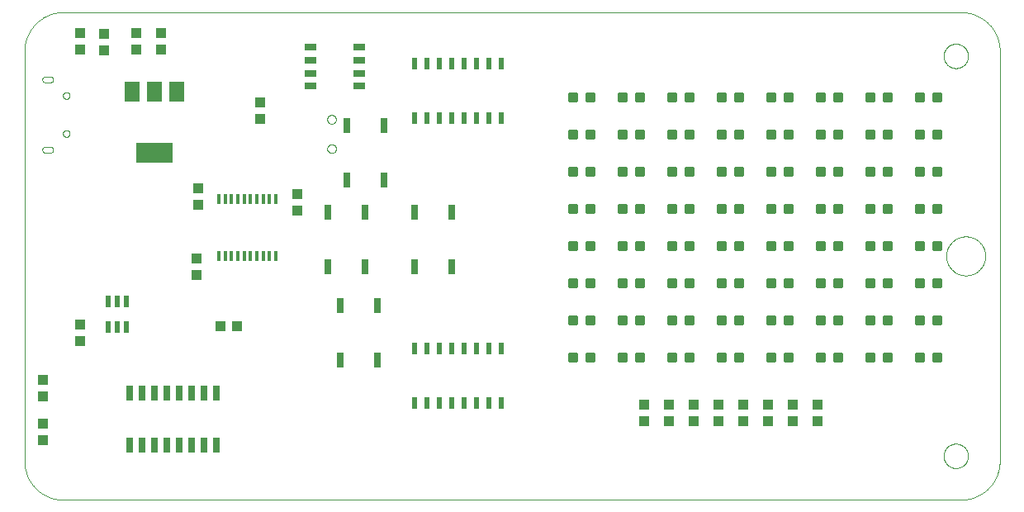
<source format=gtp>
G75*
%MOIN*%
%OFA0B0*%
%FSLAX25Y25*%
%IPPOS*%
%LPD*%
%AMOC8*
5,1,8,0,0,1.08239X$1,22.5*
%
%ADD10C,0.00000*%
%ADD11C,0.01181*%
%ADD12R,0.03937X0.04331*%
%ADD13R,0.02500X0.06000*%
%ADD14R,0.05900X0.07900*%
%ADD15R,0.15000X0.07900*%
%ADD16R,0.01200X0.03900*%
%ADD17R,0.02362X0.04724*%
%ADD18R,0.03000X0.06000*%
%ADD19R,0.02165X0.04724*%
%ADD20R,0.04331X0.03937*%
%ADD21R,0.05000X0.02500*%
D10*
X0020048Y0004300D02*
X0382253Y0004300D01*
X0382634Y0004305D01*
X0383014Y0004318D01*
X0383394Y0004341D01*
X0383773Y0004374D01*
X0384151Y0004415D01*
X0384528Y0004465D01*
X0384904Y0004525D01*
X0385279Y0004593D01*
X0385651Y0004671D01*
X0386022Y0004758D01*
X0386390Y0004853D01*
X0386756Y0004958D01*
X0387119Y0005071D01*
X0387480Y0005193D01*
X0387837Y0005323D01*
X0388191Y0005463D01*
X0388542Y0005610D01*
X0388889Y0005767D01*
X0389232Y0005931D01*
X0389571Y0006104D01*
X0389906Y0006285D01*
X0390237Y0006474D01*
X0390562Y0006671D01*
X0390883Y0006875D01*
X0391199Y0007088D01*
X0391509Y0007308D01*
X0391815Y0007535D01*
X0392114Y0007770D01*
X0392408Y0008012D01*
X0392696Y0008260D01*
X0392978Y0008516D01*
X0393253Y0008779D01*
X0393522Y0009048D01*
X0393785Y0009323D01*
X0394041Y0009605D01*
X0394289Y0009893D01*
X0394531Y0010187D01*
X0394766Y0010486D01*
X0394993Y0010792D01*
X0395213Y0011102D01*
X0395426Y0011418D01*
X0395630Y0011739D01*
X0395827Y0012064D01*
X0396016Y0012395D01*
X0396197Y0012730D01*
X0396370Y0013069D01*
X0396534Y0013412D01*
X0396691Y0013759D01*
X0396838Y0014110D01*
X0396978Y0014464D01*
X0397108Y0014821D01*
X0397230Y0015182D01*
X0397343Y0015545D01*
X0397448Y0015911D01*
X0397543Y0016279D01*
X0397630Y0016650D01*
X0397708Y0017022D01*
X0397776Y0017397D01*
X0397836Y0017773D01*
X0397886Y0018150D01*
X0397927Y0018528D01*
X0397960Y0018907D01*
X0397983Y0019287D01*
X0397996Y0019667D01*
X0398001Y0020048D01*
X0398001Y0185402D01*
X0397996Y0185783D01*
X0397983Y0186163D01*
X0397960Y0186543D01*
X0397927Y0186922D01*
X0397886Y0187300D01*
X0397836Y0187677D01*
X0397776Y0188053D01*
X0397708Y0188428D01*
X0397630Y0188800D01*
X0397543Y0189171D01*
X0397448Y0189539D01*
X0397343Y0189905D01*
X0397230Y0190268D01*
X0397108Y0190629D01*
X0396978Y0190986D01*
X0396838Y0191340D01*
X0396691Y0191691D01*
X0396534Y0192038D01*
X0396370Y0192381D01*
X0396197Y0192720D01*
X0396016Y0193055D01*
X0395827Y0193386D01*
X0395630Y0193711D01*
X0395426Y0194032D01*
X0395213Y0194348D01*
X0394993Y0194658D01*
X0394766Y0194964D01*
X0394531Y0195263D01*
X0394289Y0195557D01*
X0394041Y0195845D01*
X0393785Y0196127D01*
X0393522Y0196402D01*
X0393253Y0196671D01*
X0392978Y0196934D01*
X0392696Y0197190D01*
X0392408Y0197438D01*
X0392114Y0197680D01*
X0391815Y0197915D01*
X0391509Y0198142D01*
X0391199Y0198362D01*
X0390883Y0198575D01*
X0390562Y0198779D01*
X0390237Y0198976D01*
X0389906Y0199165D01*
X0389571Y0199346D01*
X0389232Y0199519D01*
X0388889Y0199683D01*
X0388542Y0199840D01*
X0388191Y0199987D01*
X0387837Y0200127D01*
X0387480Y0200257D01*
X0387119Y0200379D01*
X0386756Y0200492D01*
X0386390Y0200597D01*
X0386022Y0200692D01*
X0385651Y0200779D01*
X0385279Y0200857D01*
X0384904Y0200925D01*
X0384528Y0200985D01*
X0384151Y0201035D01*
X0383773Y0201076D01*
X0383394Y0201109D01*
X0383014Y0201132D01*
X0382634Y0201145D01*
X0382253Y0201150D01*
X0020048Y0201150D01*
X0019662Y0201145D01*
X0019275Y0201131D01*
X0018890Y0201107D01*
X0018504Y0201074D01*
X0018120Y0201032D01*
X0017737Y0200980D01*
X0017356Y0200918D01*
X0016976Y0200847D01*
X0016598Y0200767D01*
X0016222Y0200678D01*
X0015848Y0200580D01*
X0015477Y0200472D01*
X0015108Y0200355D01*
X0014743Y0200229D01*
X0014380Y0200095D01*
X0014022Y0199951D01*
X0013666Y0199799D01*
X0013315Y0199638D01*
X0012968Y0199468D01*
X0012624Y0199290D01*
X0012286Y0199104D01*
X0011952Y0198910D01*
X0011623Y0198707D01*
X0011299Y0198496D01*
X0010980Y0198277D01*
X0010667Y0198051D01*
X0010359Y0197817D01*
X0010058Y0197575D01*
X0009762Y0197327D01*
X0009472Y0197070D01*
X0009189Y0196807D01*
X0008912Y0196538D01*
X0008643Y0196261D01*
X0008380Y0195978D01*
X0008123Y0195688D01*
X0007875Y0195392D01*
X0007633Y0195091D01*
X0007399Y0194783D01*
X0007173Y0194470D01*
X0006954Y0194151D01*
X0006743Y0193827D01*
X0006540Y0193498D01*
X0006346Y0193164D01*
X0006160Y0192826D01*
X0005982Y0192482D01*
X0005812Y0192135D01*
X0005651Y0191784D01*
X0005499Y0191428D01*
X0005355Y0191070D01*
X0005221Y0190707D01*
X0005095Y0190342D01*
X0004978Y0189973D01*
X0004870Y0189602D01*
X0004772Y0189228D01*
X0004683Y0188852D01*
X0004603Y0188474D01*
X0004532Y0188094D01*
X0004470Y0187713D01*
X0004418Y0187330D01*
X0004376Y0186946D01*
X0004343Y0186560D01*
X0004319Y0186175D01*
X0004305Y0185788D01*
X0004300Y0185402D01*
X0004300Y0020048D01*
X0004305Y0019667D01*
X0004318Y0019287D01*
X0004341Y0018907D01*
X0004374Y0018528D01*
X0004415Y0018150D01*
X0004465Y0017773D01*
X0004525Y0017397D01*
X0004593Y0017022D01*
X0004671Y0016650D01*
X0004758Y0016279D01*
X0004853Y0015911D01*
X0004958Y0015545D01*
X0005071Y0015182D01*
X0005193Y0014821D01*
X0005323Y0014464D01*
X0005463Y0014110D01*
X0005610Y0013759D01*
X0005767Y0013412D01*
X0005931Y0013069D01*
X0006104Y0012730D01*
X0006285Y0012395D01*
X0006474Y0012064D01*
X0006671Y0011739D01*
X0006875Y0011418D01*
X0007088Y0011102D01*
X0007308Y0010792D01*
X0007535Y0010486D01*
X0007770Y0010187D01*
X0008012Y0009893D01*
X0008260Y0009605D01*
X0008516Y0009323D01*
X0008779Y0009048D01*
X0009048Y0008779D01*
X0009323Y0008516D01*
X0009605Y0008260D01*
X0009893Y0008012D01*
X0010187Y0007770D01*
X0010486Y0007535D01*
X0010792Y0007308D01*
X0011102Y0007088D01*
X0011418Y0006875D01*
X0011739Y0006671D01*
X0012064Y0006474D01*
X0012395Y0006285D01*
X0012730Y0006104D01*
X0013069Y0005931D01*
X0013412Y0005767D01*
X0013759Y0005610D01*
X0014110Y0005463D01*
X0014464Y0005323D01*
X0014821Y0005193D01*
X0015182Y0005071D01*
X0015545Y0004958D01*
X0015911Y0004853D01*
X0016279Y0004758D01*
X0016650Y0004671D01*
X0017022Y0004593D01*
X0017397Y0004525D01*
X0017773Y0004465D01*
X0018150Y0004415D01*
X0018528Y0004374D01*
X0018907Y0004341D01*
X0019287Y0004318D01*
X0019667Y0004305D01*
X0020048Y0004300D01*
X0014930Y0144457D02*
X0012568Y0144457D01*
X0012502Y0144465D01*
X0012438Y0144477D01*
X0012374Y0144493D01*
X0012311Y0144512D01*
X0012250Y0144536D01*
X0012190Y0144563D01*
X0012132Y0144593D01*
X0012076Y0144627D01*
X0012022Y0144664D01*
X0011970Y0144705D01*
X0011921Y0144749D01*
X0011874Y0144795D01*
X0011831Y0144844D01*
X0011790Y0144896D01*
X0011753Y0144950D01*
X0011719Y0145006D01*
X0011689Y0145064D01*
X0011662Y0145124D01*
X0011638Y0145185D01*
X0011619Y0145248D01*
X0011603Y0145312D01*
X0011591Y0145376D01*
X0011583Y0145442D01*
X0011579Y0145507D01*
X0011579Y0145573D01*
X0011583Y0145638D01*
X0011583Y0145639D02*
X0011579Y0145704D01*
X0011579Y0145770D01*
X0011583Y0145835D01*
X0011591Y0145901D01*
X0011603Y0145965D01*
X0011619Y0146029D01*
X0011638Y0146092D01*
X0011662Y0146153D01*
X0011689Y0146213D01*
X0011719Y0146271D01*
X0011753Y0146327D01*
X0011790Y0146381D01*
X0011831Y0146433D01*
X0011874Y0146482D01*
X0011921Y0146528D01*
X0011970Y0146572D01*
X0012022Y0146613D01*
X0012076Y0146650D01*
X0012132Y0146684D01*
X0012190Y0146714D01*
X0012250Y0146741D01*
X0012311Y0146765D01*
X0012374Y0146784D01*
X0012438Y0146800D01*
X0012502Y0146812D01*
X0012568Y0146820D01*
X0014930Y0146820D01*
X0014929Y0146820D02*
X0014992Y0146812D01*
X0015054Y0146801D01*
X0015116Y0146786D01*
X0015176Y0146768D01*
X0015236Y0146746D01*
X0015294Y0146721D01*
X0015350Y0146692D01*
X0015405Y0146660D01*
X0015457Y0146625D01*
X0015508Y0146587D01*
X0015556Y0146547D01*
X0015602Y0146503D01*
X0015645Y0146457D01*
X0015686Y0146408D01*
X0015724Y0146357D01*
X0015758Y0146305D01*
X0015790Y0146250D01*
X0015818Y0146193D01*
X0015843Y0146135D01*
X0015864Y0146075D01*
X0015882Y0146015D01*
X0015896Y0145953D01*
X0015907Y0145891D01*
X0015914Y0145828D01*
X0015918Y0145765D01*
X0015917Y0145702D01*
X0015914Y0145639D01*
X0015914Y0145638D02*
X0015917Y0145575D01*
X0015918Y0145512D01*
X0015914Y0145449D01*
X0015907Y0145386D01*
X0015896Y0145324D01*
X0015882Y0145262D01*
X0015864Y0145202D01*
X0015843Y0145142D01*
X0015818Y0145084D01*
X0015790Y0145027D01*
X0015758Y0144972D01*
X0015724Y0144920D01*
X0015686Y0144869D01*
X0015645Y0144820D01*
X0015602Y0144774D01*
X0015556Y0144730D01*
X0015508Y0144690D01*
X0015457Y0144652D01*
X0015405Y0144617D01*
X0015350Y0144585D01*
X0015294Y0144556D01*
X0015236Y0144531D01*
X0015176Y0144509D01*
X0015116Y0144491D01*
X0015054Y0144476D01*
X0014992Y0144465D01*
X0014929Y0144457D01*
X0019851Y0152135D02*
X0019853Y0152209D01*
X0019859Y0152283D01*
X0019869Y0152356D01*
X0019883Y0152429D01*
X0019900Y0152501D01*
X0019922Y0152571D01*
X0019947Y0152641D01*
X0019976Y0152709D01*
X0020009Y0152775D01*
X0020045Y0152840D01*
X0020085Y0152902D01*
X0020127Y0152963D01*
X0020173Y0153021D01*
X0020222Y0153076D01*
X0020274Y0153129D01*
X0020329Y0153179D01*
X0020386Y0153225D01*
X0020446Y0153269D01*
X0020508Y0153309D01*
X0020572Y0153346D01*
X0020638Y0153380D01*
X0020706Y0153410D01*
X0020775Y0153436D01*
X0020846Y0153459D01*
X0020917Y0153477D01*
X0020990Y0153492D01*
X0021063Y0153503D01*
X0021137Y0153510D01*
X0021211Y0153513D01*
X0021284Y0153512D01*
X0021358Y0153507D01*
X0021432Y0153498D01*
X0021505Y0153485D01*
X0021577Y0153468D01*
X0021648Y0153448D01*
X0021718Y0153423D01*
X0021786Y0153395D01*
X0021853Y0153364D01*
X0021918Y0153328D01*
X0021981Y0153290D01*
X0022042Y0153248D01*
X0022101Y0153202D01*
X0022157Y0153154D01*
X0022210Y0153103D01*
X0022260Y0153049D01*
X0022308Y0152992D01*
X0022352Y0152933D01*
X0022394Y0152871D01*
X0022432Y0152808D01*
X0022466Y0152742D01*
X0022497Y0152675D01*
X0022524Y0152606D01*
X0022547Y0152536D01*
X0022567Y0152465D01*
X0022583Y0152392D01*
X0022595Y0152319D01*
X0022603Y0152246D01*
X0022607Y0152172D01*
X0022607Y0152098D01*
X0022603Y0152024D01*
X0022595Y0151951D01*
X0022583Y0151878D01*
X0022567Y0151805D01*
X0022547Y0151734D01*
X0022524Y0151664D01*
X0022497Y0151595D01*
X0022466Y0151528D01*
X0022432Y0151462D01*
X0022394Y0151399D01*
X0022352Y0151337D01*
X0022308Y0151278D01*
X0022260Y0151221D01*
X0022210Y0151167D01*
X0022157Y0151116D01*
X0022101Y0151068D01*
X0022042Y0151022D01*
X0021981Y0150980D01*
X0021918Y0150942D01*
X0021853Y0150906D01*
X0021786Y0150875D01*
X0021718Y0150847D01*
X0021648Y0150822D01*
X0021577Y0150802D01*
X0021505Y0150785D01*
X0021432Y0150772D01*
X0021358Y0150763D01*
X0021284Y0150758D01*
X0021211Y0150757D01*
X0021137Y0150760D01*
X0021063Y0150767D01*
X0020990Y0150778D01*
X0020917Y0150793D01*
X0020846Y0150811D01*
X0020775Y0150834D01*
X0020706Y0150860D01*
X0020638Y0150890D01*
X0020572Y0150924D01*
X0020508Y0150961D01*
X0020446Y0151001D01*
X0020386Y0151045D01*
X0020329Y0151091D01*
X0020274Y0151141D01*
X0020222Y0151194D01*
X0020173Y0151249D01*
X0020127Y0151307D01*
X0020085Y0151368D01*
X0020045Y0151430D01*
X0020009Y0151495D01*
X0019976Y0151561D01*
X0019947Y0151629D01*
X0019922Y0151699D01*
X0019900Y0151769D01*
X0019883Y0151841D01*
X0019869Y0151914D01*
X0019859Y0151987D01*
X0019853Y0152061D01*
X0019851Y0152135D01*
X0019851Y0167489D02*
X0019853Y0167563D01*
X0019859Y0167637D01*
X0019869Y0167710D01*
X0019883Y0167783D01*
X0019900Y0167855D01*
X0019922Y0167925D01*
X0019947Y0167995D01*
X0019976Y0168063D01*
X0020009Y0168129D01*
X0020045Y0168194D01*
X0020085Y0168256D01*
X0020127Y0168317D01*
X0020173Y0168375D01*
X0020222Y0168430D01*
X0020274Y0168483D01*
X0020329Y0168533D01*
X0020386Y0168579D01*
X0020446Y0168623D01*
X0020508Y0168663D01*
X0020572Y0168700D01*
X0020638Y0168734D01*
X0020706Y0168764D01*
X0020775Y0168790D01*
X0020846Y0168813D01*
X0020917Y0168831D01*
X0020990Y0168846D01*
X0021063Y0168857D01*
X0021137Y0168864D01*
X0021211Y0168867D01*
X0021284Y0168866D01*
X0021358Y0168861D01*
X0021432Y0168852D01*
X0021505Y0168839D01*
X0021577Y0168822D01*
X0021648Y0168802D01*
X0021718Y0168777D01*
X0021786Y0168749D01*
X0021853Y0168718D01*
X0021918Y0168682D01*
X0021981Y0168644D01*
X0022042Y0168602D01*
X0022101Y0168556D01*
X0022157Y0168508D01*
X0022210Y0168457D01*
X0022260Y0168403D01*
X0022308Y0168346D01*
X0022352Y0168287D01*
X0022394Y0168225D01*
X0022432Y0168162D01*
X0022466Y0168096D01*
X0022497Y0168029D01*
X0022524Y0167960D01*
X0022547Y0167890D01*
X0022567Y0167819D01*
X0022583Y0167746D01*
X0022595Y0167673D01*
X0022603Y0167600D01*
X0022607Y0167526D01*
X0022607Y0167452D01*
X0022603Y0167378D01*
X0022595Y0167305D01*
X0022583Y0167232D01*
X0022567Y0167159D01*
X0022547Y0167088D01*
X0022524Y0167018D01*
X0022497Y0166949D01*
X0022466Y0166882D01*
X0022432Y0166816D01*
X0022394Y0166753D01*
X0022352Y0166691D01*
X0022308Y0166632D01*
X0022260Y0166575D01*
X0022210Y0166521D01*
X0022157Y0166470D01*
X0022101Y0166422D01*
X0022042Y0166376D01*
X0021981Y0166334D01*
X0021918Y0166296D01*
X0021853Y0166260D01*
X0021786Y0166229D01*
X0021718Y0166201D01*
X0021648Y0166176D01*
X0021577Y0166156D01*
X0021505Y0166139D01*
X0021432Y0166126D01*
X0021358Y0166117D01*
X0021284Y0166112D01*
X0021211Y0166111D01*
X0021137Y0166114D01*
X0021063Y0166121D01*
X0020990Y0166132D01*
X0020917Y0166147D01*
X0020846Y0166165D01*
X0020775Y0166188D01*
X0020706Y0166214D01*
X0020638Y0166244D01*
X0020572Y0166278D01*
X0020508Y0166315D01*
X0020446Y0166355D01*
X0020386Y0166399D01*
X0020329Y0166445D01*
X0020274Y0166495D01*
X0020222Y0166548D01*
X0020173Y0166603D01*
X0020127Y0166661D01*
X0020085Y0166722D01*
X0020045Y0166784D01*
X0020009Y0166849D01*
X0019976Y0166915D01*
X0019947Y0166983D01*
X0019922Y0167053D01*
X0019900Y0167123D01*
X0019883Y0167195D01*
X0019869Y0167268D01*
X0019859Y0167341D01*
X0019853Y0167415D01*
X0019851Y0167489D01*
X0014930Y0172804D02*
X0012568Y0172804D01*
X0012502Y0172812D01*
X0012438Y0172824D01*
X0012374Y0172840D01*
X0012311Y0172859D01*
X0012250Y0172883D01*
X0012190Y0172910D01*
X0012132Y0172940D01*
X0012076Y0172974D01*
X0012022Y0173011D01*
X0011970Y0173052D01*
X0011921Y0173096D01*
X0011874Y0173142D01*
X0011831Y0173191D01*
X0011790Y0173243D01*
X0011753Y0173297D01*
X0011719Y0173353D01*
X0011689Y0173411D01*
X0011662Y0173471D01*
X0011638Y0173532D01*
X0011619Y0173595D01*
X0011603Y0173659D01*
X0011591Y0173723D01*
X0011583Y0173789D01*
X0011579Y0173854D01*
X0011579Y0173920D01*
X0011583Y0173985D01*
X0011579Y0174050D01*
X0011579Y0174116D01*
X0011583Y0174181D01*
X0011591Y0174247D01*
X0011603Y0174311D01*
X0011619Y0174375D01*
X0011638Y0174438D01*
X0011662Y0174499D01*
X0011689Y0174559D01*
X0011719Y0174617D01*
X0011753Y0174673D01*
X0011790Y0174727D01*
X0011831Y0174779D01*
X0011874Y0174828D01*
X0011921Y0174874D01*
X0011970Y0174918D01*
X0012022Y0174959D01*
X0012076Y0174996D01*
X0012132Y0175030D01*
X0012190Y0175060D01*
X0012250Y0175087D01*
X0012311Y0175111D01*
X0012374Y0175130D01*
X0012438Y0175146D01*
X0012502Y0175158D01*
X0012568Y0175166D01*
X0014930Y0175166D01*
X0014929Y0175166D02*
X0014992Y0175158D01*
X0015054Y0175147D01*
X0015116Y0175132D01*
X0015176Y0175114D01*
X0015236Y0175092D01*
X0015294Y0175067D01*
X0015350Y0175038D01*
X0015405Y0175006D01*
X0015457Y0174971D01*
X0015508Y0174933D01*
X0015556Y0174893D01*
X0015602Y0174849D01*
X0015645Y0174803D01*
X0015686Y0174754D01*
X0015724Y0174703D01*
X0015758Y0174651D01*
X0015790Y0174596D01*
X0015818Y0174539D01*
X0015843Y0174481D01*
X0015864Y0174421D01*
X0015882Y0174361D01*
X0015896Y0174299D01*
X0015907Y0174237D01*
X0015914Y0174174D01*
X0015918Y0174111D01*
X0015917Y0174048D01*
X0015914Y0173985D01*
X0015917Y0173922D01*
X0015918Y0173859D01*
X0015914Y0173796D01*
X0015907Y0173733D01*
X0015896Y0173671D01*
X0015882Y0173609D01*
X0015864Y0173549D01*
X0015843Y0173489D01*
X0015818Y0173431D01*
X0015790Y0173374D01*
X0015758Y0173319D01*
X0015724Y0173267D01*
X0015686Y0173216D01*
X0015645Y0173167D01*
X0015602Y0173121D01*
X0015556Y0173077D01*
X0015508Y0173037D01*
X0015457Y0172999D01*
X0015405Y0172964D01*
X0015350Y0172932D01*
X0015294Y0172903D01*
X0015236Y0172878D01*
X0015176Y0172856D01*
X0015116Y0172838D01*
X0015054Y0172823D01*
X0014992Y0172812D01*
X0014929Y0172804D01*
X0126544Y0157843D02*
X0126546Y0157927D01*
X0126552Y0158010D01*
X0126562Y0158093D01*
X0126576Y0158176D01*
X0126593Y0158258D01*
X0126615Y0158339D01*
X0126640Y0158418D01*
X0126669Y0158497D01*
X0126702Y0158574D01*
X0126738Y0158649D01*
X0126778Y0158723D01*
X0126821Y0158795D01*
X0126868Y0158864D01*
X0126918Y0158931D01*
X0126971Y0158996D01*
X0127027Y0159058D01*
X0127085Y0159118D01*
X0127147Y0159175D01*
X0127211Y0159228D01*
X0127278Y0159279D01*
X0127347Y0159326D01*
X0127418Y0159371D01*
X0127491Y0159411D01*
X0127566Y0159448D01*
X0127643Y0159482D01*
X0127721Y0159512D01*
X0127800Y0159538D01*
X0127881Y0159561D01*
X0127963Y0159579D01*
X0128045Y0159594D01*
X0128128Y0159605D01*
X0128211Y0159612D01*
X0128295Y0159615D01*
X0128379Y0159614D01*
X0128462Y0159609D01*
X0128546Y0159600D01*
X0128628Y0159587D01*
X0128710Y0159571D01*
X0128791Y0159550D01*
X0128872Y0159526D01*
X0128950Y0159498D01*
X0129028Y0159466D01*
X0129104Y0159430D01*
X0129178Y0159391D01*
X0129250Y0159349D01*
X0129320Y0159303D01*
X0129388Y0159254D01*
X0129453Y0159202D01*
X0129516Y0159147D01*
X0129576Y0159089D01*
X0129634Y0159028D01*
X0129688Y0158964D01*
X0129740Y0158898D01*
X0129788Y0158830D01*
X0129833Y0158759D01*
X0129874Y0158686D01*
X0129913Y0158612D01*
X0129947Y0158536D01*
X0129978Y0158458D01*
X0130005Y0158379D01*
X0130029Y0158298D01*
X0130048Y0158217D01*
X0130064Y0158135D01*
X0130076Y0158052D01*
X0130084Y0157968D01*
X0130088Y0157885D01*
X0130088Y0157801D01*
X0130084Y0157718D01*
X0130076Y0157634D01*
X0130064Y0157551D01*
X0130048Y0157469D01*
X0130029Y0157388D01*
X0130005Y0157307D01*
X0129978Y0157228D01*
X0129947Y0157150D01*
X0129913Y0157074D01*
X0129874Y0157000D01*
X0129833Y0156927D01*
X0129788Y0156856D01*
X0129740Y0156788D01*
X0129688Y0156722D01*
X0129634Y0156658D01*
X0129576Y0156597D01*
X0129516Y0156539D01*
X0129453Y0156484D01*
X0129388Y0156432D01*
X0129320Y0156383D01*
X0129250Y0156337D01*
X0129178Y0156295D01*
X0129104Y0156256D01*
X0129028Y0156220D01*
X0128950Y0156188D01*
X0128872Y0156160D01*
X0128791Y0156136D01*
X0128710Y0156115D01*
X0128628Y0156099D01*
X0128546Y0156086D01*
X0128462Y0156077D01*
X0128379Y0156072D01*
X0128295Y0156071D01*
X0128211Y0156074D01*
X0128128Y0156081D01*
X0128045Y0156092D01*
X0127963Y0156107D01*
X0127881Y0156125D01*
X0127800Y0156148D01*
X0127721Y0156174D01*
X0127643Y0156204D01*
X0127566Y0156238D01*
X0127491Y0156275D01*
X0127418Y0156315D01*
X0127347Y0156360D01*
X0127278Y0156407D01*
X0127211Y0156458D01*
X0127147Y0156511D01*
X0127085Y0156568D01*
X0127027Y0156628D01*
X0126971Y0156690D01*
X0126918Y0156755D01*
X0126868Y0156822D01*
X0126821Y0156891D01*
X0126778Y0156963D01*
X0126738Y0157037D01*
X0126702Y0157112D01*
X0126669Y0157189D01*
X0126640Y0157268D01*
X0126615Y0157347D01*
X0126593Y0157428D01*
X0126576Y0157510D01*
X0126562Y0157593D01*
X0126552Y0157676D01*
X0126546Y0157759D01*
X0126544Y0157843D01*
X0126544Y0146032D02*
X0126546Y0146116D01*
X0126552Y0146199D01*
X0126562Y0146282D01*
X0126576Y0146365D01*
X0126593Y0146447D01*
X0126615Y0146528D01*
X0126640Y0146607D01*
X0126669Y0146686D01*
X0126702Y0146763D01*
X0126738Y0146838D01*
X0126778Y0146912D01*
X0126821Y0146984D01*
X0126868Y0147053D01*
X0126918Y0147120D01*
X0126971Y0147185D01*
X0127027Y0147247D01*
X0127085Y0147307D01*
X0127147Y0147364D01*
X0127211Y0147417D01*
X0127278Y0147468D01*
X0127347Y0147515D01*
X0127418Y0147560D01*
X0127491Y0147600D01*
X0127566Y0147637D01*
X0127643Y0147671D01*
X0127721Y0147701D01*
X0127800Y0147727D01*
X0127881Y0147750D01*
X0127963Y0147768D01*
X0128045Y0147783D01*
X0128128Y0147794D01*
X0128211Y0147801D01*
X0128295Y0147804D01*
X0128379Y0147803D01*
X0128462Y0147798D01*
X0128546Y0147789D01*
X0128628Y0147776D01*
X0128710Y0147760D01*
X0128791Y0147739D01*
X0128872Y0147715D01*
X0128950Y0147687D01*
X0129028Y0147655D01*
X0129104Y0147619D01*
X0129178Y0147580D01*
X0129250Y0147538D01*
X0129320Y0147492D01*
X0129388Y0147443D01*
X0129453Y0147391D01*
X0129516Y0147336D01*
X0129576Y0147278D01*
X0129634Y0147217D01*
X0129688Y0147153D01*
X0129740Y0147087D01*
X0129788Y0147019D01*
X0129833Y0146948D01*
X0129874Y0146875D01*
X0129913Y0146801D01*
X0129947Y0146725D01*
X0129978Y0146647D01*
X0130005Y0146568D01*
X0130029Y0146487D01*
X0130048Y0146406D01*
X0130064Y0146324D01*
X0130076Y0146241D01*
X0130084Y0146157D01*
X0130088Y0146074D01*
X0130088Y0145990D01*
X0130084Y0145907D01*
X0130076Y0145823D01*
X0130064Y0145740D01*
X0130048Y0145658D01*
X0130029Y0145577D01*
X0130005Y0145496D01*
X0129978Y0145417D01*
X0129947Y0145339D01*
X0129913Y0145263D01*
X0129874Y0145189D01*
X0129833Y0145116D01*
X0129788Y0145045D01*
X0129740Y0144977D01*
X0129688Y0144911D01*
X0129634Y0144847D01*
X0129576Y0144786D01*
X0129516Y0144728D01*
X0129453Y0144673D01*
X0129388Y0144621D01*
X0129320Y0144572D01*
X0129250Y0144526D01*
X0129178Y0144484D01*
X0129104Y0144445D01*
X0129028Y0144409D01*
X0128950Y0144377D01*
X0128872Y0144349D01*
X0128791Y0144325D01*
X0128710Y0144304D01*
X0128628Y0144288D01*
X0128546Y0144275D01*
X0128462Y0144266D01*
X0128379Y0144261D01*
X0128295Y0144260D01*
X0128211Y0144263D01*
X0128128Y0144270D01*
X0128045Y0144281D01*
X0127963Y0144296D01*
X0127881Y0144314D01*
X0127800Y0144337D01*
X0127721Y0144363D01*
X0127643Y0144393D01*
X0127566Y0144427D01*
X0127491Y0144464D01*
X0127418Y0144504D01*
X0127347Y0144549D01*
X0127278Y0144596D01*
X0127211Y0144647D01*
X0127147Y0144700D01*
X0127085Y0144757D01*
X0127027Y0144817D01*
X0126971Y0144879D01*
X0126918Y0144944D01*
X0126868Y0145011D01*
X0126821Y0145080D01*
X0126778Y0145152D01*
X0126738Y0145226D01*
X0126702Y0145301D01*
X0126669Y0145378D01*
X0126640Y0145457D01*
X0126615Y0145536D01*
X0126593Y0145617D01*
X0126576Y0145699D01*
X0126562Y0145782D01*
X0126552Y0145865D01*
X0126546Y0145948D01*
X0126544Y0146032D01*
X0375363Y0183434D02*
X0375365Y0183574D01*
X0375371Y0183714D01*
X0375381Y0183853D01*
X0375395Y0183992D01*
X0375413Y0184131D01*
X0375434Y0184269D01*
X0375460Y0184407D01*
X0375490Y0184544D01*
X0375523Y0184679D01*
X0375561Y0184814D01*
X0375602Y0184948D01*
X0375647Y0185081D01*
X0375695Y0185212D01*
X0375748Y0185341D01*
X0375804Y0185470D01*
X0375863Y0185596D01*
X0375927Y0185721D01*
X0375993Y0185844D01*
X0376064Y0185965D01*
X0376137Y0186084D01*
X0376214Y0186201D01*
X0376295Y0186315D01*
X0376378Y0186427D01*
X0376465Y0186537D01*
X0376555Y0186645D01*
X0376647Y0186749D01*
X0376743Y0186851D01*
X0376842Y0186951D01*
X0376943Y0187047D01*
X0377047Y0187141D01*
X0377154Y0187231D01*
X0377263Y0187318D01*
X0377375Y0187403D01*
X0377489Y0187484D01*
X0377605Y0187562D01*
X0377723Y0187636D01*
X0377844Y0187707D01*
X0377966Y0187775D01*
X0378091Y0187839D01*
X0378217Y0187900D01*
X0378344Y0187957D01*
X0378474Y0188010D01*
X0378605Y0188060D01*
X0378737Y0188105D01*
X0378870Y0188148D01*
X0379005Y0188186D01*
X0379140Y0188220D01*
X0379277Y0188251D01*
X0379414Y0188278D01*
X0379552Y0188300D01*
X0379691Y0188319D01*
X0379830Y0188334D01*
X0379969Y0188345D01*
X0380109Y0188352D01*
X0380249Y0188355D01*
X0380389Y0188354D01*
X0380529Y0188349D01*
X0380668Y0188340D01*
X0380808Y0188327D01*
X0380947Y0188310D01*
X0381085Y0188289D01*
X0381223Y0188265D01*
X0381360Y0188236D01*
X0381496Y0188204D01*
X0381631Y0188167D01*
X0381765Y0188127D01*
X0381898Y0188083D01*
X0382029Y0188035D01*
X0382159Y0187984D01*
X0382288Y0187929D01*
X0382415Y0187870D01*
X0382540Y0187807D01*
X0382663Y0187742D01*
X0382785Y0187672D01*
X0382904Y0187599D01*
X0383022Y0187523D01*
X0383137Y0187444D01*
X0383250Y0187361D01*
X0383360Y0187275D01*
X0383468Y0187186D01*
X0383573Y0187094D01*
X0383676Y0186999D01*
X0383776Y0186901D01*
X0383873Y0186801D01*
X0383967Y0186697D01*
X0384059Y0186591D01*
X0384147Y0186483D01*
X0384232Y0186372D01*
X0384314Y0186258D01*
X0384393Y0186142D01*
X0384468Y0186025D01*
X0384540Y0185905D01*
X0384608Y0185783D01*
X0384673Y0185659D01*
X0384735Y0185533D01*
X0384793Y0185406D01*
X0384847Y0185277D01*
X0384898Y0185146D01*
X0384944Y0185014D01*
X0384987Y0184881D01*
X0385027Y0184747D01*
X0385062Y0184612D01*
X0385094Y0184475D01*
X0385121Y0184338D01*
X0385145Y0184200D01*
X0385165Y0184062D01*
X0385181Y0183923D01*
X0385193Y0183783D01*
X0385201Y0183644D01*
X0385205Y0183504D01*
X0385205Y0183364D01*
X0385201Y0183224D01*
X0385193Y0183085D01*
X0385181Y0182945D01*
X0385165Y0182806D01*
X0385145Y0182668D01*
X0385121Y0182530D01*
X0385094Y0182393D01*
X0385062Y0182256D01*
X0385027Y0182121D01*
X0384987Y0181987D01*
X0384944Y0181854D01*
X0384898Y0181722D01*
X0384847Y0181591D01*
X0384793Y0181462D01*
X0384735Y0181335D01*
X0384673Y0181209D01*
X0384608Y0181085D01*
X0384540Y0180963D01*
X0384468Y0180843D01*
X0384393Y0180726D01*
X0384314Y0180610D01*
X0384232Y0180496D01*
X0384147Y0180385D01*
X0384059Y0180277D01*
X0383967Y0180171D01*
X0383873Y0180067D01*
X0383776Y0179967D01*
X0383676Y0179869D01*
X0383573Y0179774D01*
X0383468Y0179682D01*
X0383360Y0179593D01*
X0383250Y0179507D01*
X0383137Y0179424D01*
X0383022Y0179345D01*
X0382904Y0179269D01*
X0382785Y0179196D01*
X0382663Y0179126D01*
X0382540Y0179061D01*
X0382415Y0178998D01*
X0382288Y0178939D01*
X0382159Y0178884D01*
X0382029Y0178833D01*
X0381898Y0178785D01*
X0381765Y0178741D01*
X0381631Y0178701D01*
X0381496Y0178664D01*
X0381360Y0178632D01*
X0381223Y0178603D01*
X0381085Y0178579D01*
X0380947Y0178558D01*
X0380808Y0178541D01*
X0380668Y0178528D01*
X0380529Y0178519D01*
X0380389Y0178514D01*
X0380249Y0178513D01*
X0380109Y0178516D01*
X0379969Y0178523D01*
X0379830Y0178534D01*
X0379691Y0178549D01*
X0379552Y0178568D01*
X0379414Y0178590D01*
X0379277Y0178617D01*
X0379140Y0178648D01*
X0379005Y0178682D01*
X0378870Y0178720D01*
X0378737Y0178763D01*
X0378605Y0178808D01*
X0378474Y0178858D01*
X0378344Y0178911D01*
X0378217Y0178968D01*
X0378091Y0179029D01*
X0377966Y0179093D01*
X0377844Y0179161D01*
X0377723Y0179232D01*
X0377605Y0179306D01*
X0377489Y0179384D01*
X0377375Y0179465D01*
X0377263Y0179550D01*
X0377154Y0179637D01*
X0377047Y0179727D01*
X0376943Y0179821D01*
X0376842Y0179917D01*
X0376743Y0180017D01*
X0376647Y0180119D01*
X0376555Y0180223D01*
X0376465Y0180331D01*
X0376378Y0180441D01*
X0376295Y0180553D01*
X0376214Y0180667D01*
X0376137Y0180784D01*
X0376064Y0180903D01*
X0375993Y0181024D01*
X0375927Y0181147D01*
X0375863Y0181272D01*
X0375804Y0181398D01*
X0375748Y0181527D01*
X0375695Y0181656D01*
X0375647Y0181787D01*
X0375602Y0181920D01*
X0375561Y0182054D01*
X0375523Y0182189D01*
X0375490Y0182324D01*
X0375460Y0182461D01*
X0375434Y0182599D01*
X0375413Y0182737D01*
X0375395Y0182876D01*
X0375381Y0183015D01*
X0375371Y0183154D01*
X0375365Y0183294D01*
X0375363Y0183434D01*
X0376426Y0102725D02*
X0376428Y0102918D01*
X0376435Y0103111D01*
X0376447Y0103304D01*
X0376464Y0103497D01*
X0376485Y0103689D01*
X0376511Y0103880D01*
X0376542Y0104071D01*
X0376577Y0104261D01*
X0376617Y0104450D01*
X0376662Y0104638D01*
X0376711Y0104825D01*
X0376765Y0105011D01*
X0376823Y0105195D01*
X0376886Y0105378D01*
X0376954Y0105559D01*
X0377025Y0105738D01*
X0377102Y0105916D01*
X0377182Y0106092D01*
X0377267Y0106265D01*
X0377356Y0106437D01*
X0377449Y0106606D01*
X0377546Y0106773D01*
X0377648Y0106938D01*
X0377753Y0107100D01*
X0377862Y0107259D01*
X0377976Y0107416D01*
X0378093Y0107569D01*
X0378213Y0107720D01*
X0378338Y0107868D01*
X0378466Y0108013D01*
X0378597Y0108154D01*
X0378732Y0108293D01*
X0378871Y0108428D01*
X0379012Y0108559D01*
X0379157Y0108687D01*
X0379305Y0108812D01*
X0379456Y0108932D01*
X0379609Y0109049D01*
X0379766Y0109163D01*
X0379925Y0109272D01*
X0380087Y0109377D01*
X0380252Y0109479D01*
X0380419Y0109576D01*
X0380588Y0109669D01*
X0380760Y0109758D01*
X0380933Y0109843D01*
X0381109Y0109923D01*
X0381287Y0110000D01*
X0381466Y0110071D01*
X0381647Y0110139D01*
X0381830Y0110202D01*
X0382014Y0110260D01*
X0382200Y0110314D01*
X0382387Y0110363D01*
X0382575Y0110408D01*
X0382764Y0110448D01*
X0382954Y0110483D01*
X0383145Y0110514D01*
X0383336Y0110540D01*
X0383528Y0110561D01*
X0383721Y0110578D01*
X0383914Y0110590D01*
X0384107Y0110597D01*
X0384300Y0110599D01*
X0384493Y0110597D01*
X0384686Y0110590D01*
X0384879Y0110578D01*
X0385072Y0110561D01*
X0385264Y0110540D01*
X0385455Y0110514D01*
X0385646Y0110483D01*
X0385836Y0110448D01*
X0386025Y0110408D01*
X0386213Y0110363D01*
X0386400Y0110314D01*
X0386586Y0110260D01*
X0386770Y0110202D01*
X0386953Y0110139D01*
X0387134Y0110071D01*
X0387313Y0110000D01*
X0387491Y0109923D01*
X0387667Y0109843D01*
X0387840Y0109758D01*
X0388012Y0109669D01*
X0388181Y0109576D01*
X0388348Y0109479D01*
X0388513Y0109377D01*
X0388675Y0109272D01*
X0388834Y0109163D01*
X0388991Y0109049D01*
X0389144Y0108932D01*
X0389295Y0108812D01*
X0389443Y0108687D01*
X0389588Y0108559D01*
X0389729Y0108428D01*
X0389868Y0108293D01*
X0390003Y0108154D01*
X0390134Y0108013D01*
X0390262Y0107868D01*
X0390387Y0107720D01*
X0390507Y0107569D01*
X0390624Y0107416D01*
X0390738Y0107259D01*
X0390847Y0107100D01*
X0390952Y0106938D01*
X0391054Y0106773D01*
X0391151Y0106606D01*
X0391244Y0106437D01*
X0391333Y0106265D01*
X0391418Y0106092D01*
X0391498Y0105916D01*
X0391575Y0105738D01*
X0391646Y0105559D01*
X0391714Y0105378D01*
X0391777Y0105195D01*
X0391835Y0105011D01*
X0391889Y0104825D01*
X0391938Y0104638D01*
X0391983Y0104450D01*
X0392023Y0104261D01*
X0392058Y0104071D01*
X0392089Y0103880D01*
X0392115Y0103689D01*
X0392136Y0103497D01*
X0392153Y0103304D01*
X0392165Y0103111D01*
X0392172Y0102918D01*
X0392174Y0102725D01*
X0392172Y0102532D01*
X0392165Y0102339D01*
X0392153Y0102146D01*
X0392136Y0101953D01*
X0392115Y0101761D01*
X0392089Y0101570D01*
X0392058Y0101379D01*
X0392023Y0101189D01*
X0391983Y0101000D01*
X0391938Y0100812D01*
X0391889Y0100625D01*
X0391835Y0100439D01*
X0391777Y0100255D01*
X0391714Y0100072D01*
X0391646Y0099891D01*
X0391575Y0099712D01*
X0391498Y0099534D01*
X0391418Y0099358D01*
X0391333Y0099185D01*
X0391244Y0099013D01*
X0391151Y0098844D01*
X0391054Y0098677D01*
X0390952Y0098512D01*
X0390847Y0098350D01*
X0390738Y0098191D01*
X0390624Y0098034D01*
X0390507Y0097881D01*
X0390387Y0097730D01*
X0390262Y0097582D01*
X0390134Y0097437D01*
X0390003Y0097296D01*
X0389868Y0097157D01*
X0389729Y0097022D01*
X0389588Y0096891D01*
X0389443Y0096763D01*
X0389295Y0096638D01*
X0389144Y0096518D01*
X0388991Y0096401D01*
X0388834Y0096287D01*
X0388675Y0096178D01*
X0388513Y0096073D01*
X0388348Y0095971D01*
X0388181Y0095874D01*
X0388012Y0095781D01*
X0387840Y0095692D01*
X0387667Y0095607D01*
X0387491Y0095527D01*
X0387313Y0095450D01*
X0387134Y0095379D01*
X0386953Y0095311D01*
X0386770Y0095248D01*
X0386586Y0095190D01*
X0386400Y0095136D01*
X0386213Y0095087D01*
X0386025Y0095042D01*
X0385836Y0095002D01*
X0385646Y0094967D01*
X0385455Y0094936D01*
X0385264Y0094910D01*
X0385072Y0094889D01*
X0384879Y0094872D01*
X0384686Y0094860D01*
X0384493Y0094853D01*
X0384300Y0094851D01*
X0384107Y0094853D01*
X0383914Y0094860D01*
X0383721Y0094872D01*
X0383528Y0094889D01*
X0383336Y0094910D01*
X0383145Y0094936D01*
X0382954Y0094967D01*
X0382764Y0095002D01*
X0382575Y0095042D01*
X0382387Y0095087D01*
X0382200Y0095136D01*
X0382014Y0095190D01*
X0381830Y0095248D01*
X0381647Y0095311D01*
X0381466Y0095379D01*
X0381287Y0095450D01*
X0381109Y0095527D01*
X0380933Y0095607D01*
X0380760Y0095692D01*
X0380588Y0095781D01*
X0380419Y0095874D01*
X0380252Y0095971D01*
X0380087Y0096073D01*
X0379925Y0096178D01*
X0379766Y0096287D01*
X0379609Y0096401D01*
X0379456Y0096518D01*
X0379305Y0096638D01*
X0379157Y0096763D01*
X0379012Y0096891D01*
X0378871Y0097022D01*
X0378732Y0097157D01*
X0378597Y0097296D01*
X0378466Y0097437D01*
X0378338Y0097582D01*
X0378213Y0097730D01*
X0378093Y0097881D01*
X0377976Y0098034D01*
X0377862Y0098191D01*
X0377753Y0098350D01*
X0377648Y0098512D01*
X0377546Y0098677D01*
X0377449Y0098844D01*
X0377356Y0099013D01*
X0377267Y0099185D01*
X0377182Y0099358D01*
X0377102Y0099534D01*
X0377025Y0099712D01*
X0376954Y0099891D01*
X0376886Y0100072D01*
X0376823Y0100255D01*
X0376765Y0100439D01*
X0376711Y0100625D01*
X0376662Y0100812D01*
X0376617Y0101000D01*
X0376577Y0101189D01*
X0376542Y0101379D01*
X0376511Y0101570D01*
X0376485Y0101761D01*
X0376464Y0101953D01*
X0376447Y0102146D01*
X0376435Y0102339D01*
X0376428Y0102532D01*
X0376426Y0102725D01*
X0375363Y0022017D02*
X0375365Y0022157D01*
X0375371Y0022297D01*
X0375381Y0022436D01*
X0375395Y0022575D01*
X0375413Y0022714D01*
X0375434Y0022852D01*
X0375460Y0022990D01*
X0375490Y0023127D01*
X0375523Y0023262D01*
X0375561Y0023397D01*
X0375602Y0023531D01*
X0375647Y0023664D01*
X0375695Y0023795D01*
X0375748Y0023924D01*
X0375804Y0024053D01*
X0375863Y0024179D01*
X0375927Y0024304D01*
X0375993Y0024427D01*
X0376064Y0024548D01*
X0376137Y0024667D01*
X0376214Y0024784D01*
X0376295Y0024898D01*
X0376378Y0025010D01*
X0376465Y0025120D01*
X0376555Y0025228D01*
X0376647Y0025332D01*
X0376743Y0025434D01*
X0376842Y0025534D01*
X0376943Y0025630D01*
X0377047Y0025724D01*
X0377154Y0025814D01*
X0377263Y0025901D01*
X0377375Y0025986D01*
X0377489Y0026067D01*
X0377605Y0026145D01*
X0377723Y0026219D01*
X0377844Y0026290D01*
X0377966Y0026358D01*
X0378091Y0026422D01*
X0378217Y0026483D01*
X0378344Y0026540D01*
X0378474Y0026593D01*
X0378605Y0026643D01*
X0378737Y0026688D01*
X0378870Y0026731D01*
X0379005Y0026769D01*
X0379140Y0026803D01*
X0379277Y0026834D01*
X0379414Y0026861D01*
X0379552Y0026883D01*
X0379691Y0026902D01*
X0379830Y0026917D01*
X0379969Y0026928D01*
X0380109Y0026935D01*
X0380249Y0026938D01*
X0380389Y0026937D01*
X0380529Y0026932D01*
X0380668Y0026923D01*
X0380808Y0026910D01*
X0380947Y0026893D01*
X0381085Y0026872D01*
X0381223Y0026848D01*
X0381360Y0026819D01*
X0381496Y0026787D01*
X0381631Y0026750D01*
X0381765Y0026710D01*
X0381898Y0026666D01*
X0382029Y0026618D01*
X0382159Y0026567D01*
X0382288Y0026512D01*
X0382415Y0026453D01*
X0382540Y0026390D01*
X0382663Y0026325D01*
X0382785Y0026255D01*
X0382904Y0026182D01*
X0383022Y0026106D01*
X0383137Y0026027D01*
X0383250Y0025944D01*
X0383360Y0025858D01*
X0383468Y0025769D01*
X0383573Y0025677D01*
X0383676Y0025582D01*
X0383776Y0025484D01*
X0383873Y0025384D01*
X0383967Y0025280D01*
X0384059Y0025174D01*
X0384147Y0025066D01*
X0384232Y0024955D01*
X0384314Y0024841D01*
X0384393Y0024725D01*
X0384468Y0024608D01*
X0384540Y0024488D01*
X0384608Y0024366D01*
X0384673Y0024242D01*
X0384735Y0024116D01*
X0384793Y0023989D01*
X0384847Y0023860D01*
X0384898Y0023729D01*
X0384944Y0023597D01*
X0384987Y0023464D01*
X0385027Y0023330D01*
X0385062Y0023195D01*
X0385094Y0023058D01*
X0385121Y0022921D01*
X0385145Y0022783D01*
X0385165Y0022645D01*
X0385181Y0022506D01*
X0385193Y0022366D01*
X0385201Y0022227D01*
X0385205Y0022087D01*
X0385205Y0021947D01*
X0385201Y0021807D01*
X0385193Y0021668D01*
X0385181Y0021528D01*
X0385165Y0021389D01*
X0385145Y0021251D01*
X0385121Y0021113D01*
X0385094Y0020976D01*
X0385062Y0020839D01*
X0385027Y0020704D01*
X0384987Y0020570D01*
X0384944Y0020437D01*
X0384898Y0020305D01*
X0384847Y0020174D01*
X0384793Y0020045D01*
X0384735Y0019918D01*
X0384673Y0019792D01*
X0384608Y0019668D01*
X0384540Y0019546D01*
X0384468Y0019426D01*
X0384393Y0019309D01*
X0384314Y0019193D01*
X0384232Y0019079D01*
X0384147Y0018968D01*
X0384059Y0018860D01*
X0383967Y0018754D01*
X0383873Y0018650D01*
X0383776Y0018550D01*
X0383676Y0018452D01*
X0383573Y0018357D01*
X0383468Y0018265D01*
X0383360Y0018176D01*
X0383250Y0018090D01*
X0383137Y0018007D01*
X0383022Y0017928D01*
X0382904Y0017852D01*
X0382785Y0017779D01*
X0382663Y0017709D01*
X0382540Y0017644D01*
X0382415Y0017581D01*
X0382288Y0017522D01*
X0382159Y0017467D01*
X0382029Y0017416D01*
X0381898Y0017368D01*
X0381765Y0017324D01*
X0381631Y0017284D01*
X0381496Y0017247D01*
X0381360Y0017215D01*
X0381223Y0017186D01*
X0381085Y0017162D01*
X0380947Y0017141D01*
X0380808Y0017124D01*
X0380668Y0017111D01*
X0380529Y0017102D01*
X0380389Y0017097D01*
X0380249Y0017096D01*
X0380109Y0017099D01*
X0379969Y0017106D01*
X0379830Y0017117D01*
X0379691Y0017132D01*
X0379552Y0017151D01*
X0379414Y0017173D01*
X0379277Y0017200D01*
X0379140Y0017231D01*
X0379005Y0017265D01*
X0378870Y0017303D01*
X0378737Y0017346D01*
X0378605Y0017391D01*
X0378474Y0017441D01*
X0378344Y0017494D01*
X0378217Y0017551D01*
X0378091Y0017612D01*
X0377966Y0017676D01*
X0377844Y0017744D01*
X0377723Y0017815D01*
X0377605Y0017889D01*
X0377489Y0017967D01*
X0377375Y0018048D01*
X0377263Y0018133D01*
X0377154Y0018220D01*
X0377047Y0018310D01*
X0376943Y0018404D01*
X0376842Y0018500D01*
X0376743Y0018600D01*
X0376647Y0018702D01*
X0376555Y0018806D01*
X0376465Y0018914D01*
X0376378Y0019024D01*
X0376295Y0019136D01*
X0376214Y0019250D01*
X0376137Y0019367D01*
X0376064Y0019486D01*
X0375993Y0019607D01*
X0375927Y0019730D01*
X0375863Y0019855D01*
X0375804Y0019981D01*
X0375748Y0020110D01*
X0375695Y0020239D01*
X0375647Y0020370D01*
X0375602Y0020503D01*
X0375561Y0020637D01*
X0375523Y0020772D01*
X0375490Y0020907D01*
X0375460Y0021044D01*
X0375434Y0021182D01*
X0375413Y0021320D01*
X0375395Y0021459D01*
X0375381Y0021598D01*
X0375371Y0021737D01*
X0375365Y0021877D01*
X0375363Y0022017D01*
D11*
X0374131Y0060422D02*
X0374131Y0063178D01*
X0374131Y0060422D02*
X0371375Y0060422D01*
X0371375Y0063178D01*
X0374131Y0063178D01*
X0374131Y0061602D02*
X0371375Y0061602D01*
X0371375Y0062782D02*
X0374131Y0062782D01*
X0367225Y0063178D02*
X0367225Y0060422D01*
X0364469Y0060422D01*
X0364469Y0063178D01*
X0367225Y0063178D01*
X0367225Y0061602D02*
X0364469Y0061602D01*
X0364469Y0062782D02*
X0367225Y0062782D01*
X0354131Y0063178D02*
X0354131Y0060422D01*
X0351375Y0060422D01*
X0351375Y0063178D01*
X0354131Y0063178D01*
X0354131Y0061602D02*
X0351375Y0061602D01*
X0351375Y0062782D02*
X0354131Y0062782D01*
X0347225Y0063178D02*
X0347225Y0060422D01*
X0344469Y0060422D01*
X0344469Y0063178D01*
X0347225Y0063178D01*
X0347225Y0061602D02*
X0344469Y0061602D01*
X0344469Y0062782D02*
X0347225Y0062782D01*
X0334131Y0063178D02*
X0334131Y0060422D01*
X0331375Y0060422D01*
X0331375Y0063178D01*
X0334131Y0063178D01*
X0334131Y0061602D02*
X0331375Y0061602D01*
X0331375Y0062782D02*
X0334131Y0062782D01*
X0327225Y0063178D02*
X0327225Y0060422D01*
X0324469Y0060422D01*
X0324469Y0063178D01*
X0327225Y0063178D01*
X0327225Y0061602D02*
X0324469Y0061602D01*
X0324469Y0062782D02*
X0327225Y0062782D01*
X0314131Y0063178D02*
X0314131Y0060422D01*
X0311375Y0060422D01*
X0311375Y0063178D01*
X0314131Y0063178D01*
X0314131Y0061602D02*
X0311375Y0061602D01*
X0311375Y0062782D02*
X0314131Y0062782D01*
X0307225Y0063178D02*
X0307225Y0060422D01*
X0304469Y0060422D01*
X0304469Y0063178D01*
X0307225Y0063178D01*
X0307225Y0061602D02*
X0304469Y0061602D01*
X0304469Y0062782D02*
X0307225Y0062782D01*
X0294131Y0063178D02*
X0294131Y0060422D01*
X0291375Y0060422D01*
X0291375Y0063178D01*
X0294131Y0063178D01*
X0294131Y0061602D02*
X0291375Y0061602D01*
X0291375Y0062782D02*
X0294131Y0062782D01*
X0287225Y0063178D02*
X0287225Y0060422D01*
X0284469Y0060422D01*
X0284469Y0063178D01*
X0287225Y0063178D01*
X0287225Y0061602D02*
X0284469Y0061602D01*
X0284469Y0062782D02*
X0287225Y0062782D01*
X0274131Y0063178D02*
X0274131Y0060422D01*
X0271375Y0060422D01*
X0271375Y0063178D01*
X0274131Y0063178D01*
X0274131Y0061602D02*
X0271375Y0061602D01*
X0271375Y0062782D02*
X0274131Y0062782D01*
X0267225Y0063178D02*
X0267225Y0060422D01*
X0264469Y0060422D01*
X0264469Y0063178D01*
X0267225Y0063178D01*
X0267225Y0061602D02*
X0264469Y0061602D01*
X0264469Y0062782D02*
X0267225Y0062782D01*
X0254131Y0063178D02*
X0254131Y0060422D01*
X0251375Y0060422D01*
X0251375Y0063178D01*
X0254131Y0063178D01*
X0254131Y0061602D02*
X0251375Y0061602D01*
X0251375Y0062782D02*
X0254131Y0062782D01*
X0247225Y0063178D02*
X0247225Y0060422D01*
X0244469Y0060422D01*
X0244469Y0063178D01*
X0247225Y0063178D01*
X0247225Y0061602D02*
X0244469Y0061602D01*
X0244469Y0062782D02*
X0247225Y0062782D01*
X0234131Y0063178D02*
X0234131Y0060422D01*
X0231375Y0060422D01*
X0231375Y0063178D01*
X0234131Y0063178D01*
X0234131Y0061602D02*
X0231375Y0061602D01*
X0231375Y0062782D02*
X0234131Y0062782D01*
X0227225Y0063178D02*
X0227225Y0060422D01*
X0224469Y0060422D01*
X0224469Y0063178D01*
X0227225Y0063178D01*
X0227225Y0061602D02*
X0224469Y0061602D01*
X0224469Y0062782D02*
X0227225Y0062782D01*
X0227225Y0075422D02*
X0227225Y0078178D01*
X0227225Y0075422D02*
X0224469Y0075422D01*
X0224469Y0078178D01*
X0227225Y0078178D01*
X0227225Y0076602D02*
X0224469Y0076602D01*
X0224469Y0077782D02*
X0227225Y0077782D01*
X0234131Y0078178D02*
X0234131Y0075422D01*
X0231375Y0075422D01*
X0231375Y0078178D01*
X0234131Y0078178D01*
X0234131Y0076602D02*
X0231375Y0076602D01*
X0231375Y0077782D02*
X0234131Y0077782D01*
X0247225Y0078178D02*
X0247225Y0075422D01*
X0244469Y0075422D01*
X0244469Y0078178D01*
X0247225Y0078178D01*
X0247225Y0076602D02*
X0244469Y0076602D01*
X0244469Y0077782D02*
X0247225Y0077782D01*
X0254131Y0078178D02*
X0254131Y0075422D01*
X0251375Y0075422D01*
X0251375Y0078178D01*
X0254131Y0078178D01*
X0254131Y0076602D02*
X0251375Y0076602D01*
X0251375Y0077782D02*
X0254131Y0077782D01*
X0267225Y0078178D02*
X0267225Y0075422D01*
X0264469Y0075422D01*
X0264469Y0078178D01*
X0267225Y0078178D01*
X0267225Y0076602D02*
X0264469Y0076602D01*
X0264469Y0077782D02*
X0267225Y0077782D01*
X0274131Y0078178D02*
X0274131Y0075422D01*
X0271375Y0075422D01*
X0271375Y0078178D01*
X0274131Y0078178D01*
X0274131Y0076602D02*
X0271375Y0076602D01*
X0271375Y0077782D02*
X0274131Y0077782D01*
X0287225Y0078178D02*
X0287225Y0075422D01*
X0284469Y0075422D01*
X0284469Y0078178D01*
X0287225Y0078178D01*
X0287225Y0076602D02*
X0284469Y0076602D01*
X0284469Y0077782D02*
X0287225Y0077782D01*
X0294131Y0078178D02*
X0294131Y0075422D01*
X0291375Y0075422D01*
X0291375Y0078178D01*
X0294131Y0078178D01*
X0294131Y0076602D02*
X0291375Y0076602D01*
X0291375Y0077782D02*
X0294131Y0077782D01*
X0307225Y0078178D02*
X0307225Y0075422D01*
X0304469Y0075422D01*
X0304469Y0078178D01*
X0307225Y0078178D01*
X0307225Y0076602D02*
X0304469Y0076602D01*
X0304469Y0077782D02*
X0307225Y0077782D01*
X0314131Y0078178D02*
X0314131Y0075422D01*
X0311375Y0075422D01*
X0311375Y0078178D01*
X0314131Y0078178D01*
X0314131Y0076602D02*
X0311375Y0076602D01*
X0311375Y0077782D02*
X0314131Y0077782D01*
X0327225Y0078178D02*
X0327225Y0075422D01*
X0324469Y0075422D01*
X0324469Y0078178D01*
X0327225Y0078178D01*
X0327225Y0076602D02*
X0324469Y0076602D01*
X0324469Y0077782D02*
X0327225Y0077782D01*
X0334131Y0078178D02*
X0334131Y0075422D01*
X0331375Y0075422D01*
X0331375Y0078178D01*
X0334131Y0078178D01*
X0334131Y0076602D02*
X0331375Y0076602D01*
X0331375Y0077782D02*
X0334131Y0077782D01*
X0347225Y0078178D02*
X0347225Y0075422D01*
X0344469Y0075422D01*
X0344469Y0078178D01*
X0347225Y0078178D01*
X0347225Y0076602D02*
X0344469Y0076602D01*
X0344469Y0077782D02*
X0347225Y0077782D01*
X0354131Y0078178D02*
X0354131Y0075422D01*
X0351375Y0075422D01*
X0351375Y0078178D01*
X0354131Y0078178D01*
X0354131Y0076602D02*
X0351375Y0076602D01*
X0351375Y0077782D02*
X0354131Y0077782D01*
X0367225Y0078178D02*
X0367225Y0075422D01*
X0364469Y0075422D01*
X0364469Y0078178D01*
X0367225Y0078178D01*
X0367225Y0076602D02*
X0364469Y0076602D01*
X0364469Y0077782D02*
X0367225Y0077782D01*
X0374131Y0078178D02*
X0374131Y0075422D01*
X0371375Y0075422D01*
X0371375Y0078178D01*
X0374131Y0078178D01*
X0374131Y0076602D02*
X0371375Y0076602D01*
X0371375Y0077782D02*
X0374131Y0077782D01*
X0374131Y0090422D02*
X0374131Y0093178D01*
X0374131Y0090422D02*
X0371375Y0090422D01*
X0371375Y0093178D01*
X0374131Y0093178D01*
X0374131Y0091602D02*
X0371375Y0091602D01*
X0371375Y0092782D02*
X0374131Y0092782D01*
X0367225Y0093178D02*
X0367225Y0090422D01*
X0364469Y0090422D01*
X0364469Y0093178D01*
X0367225Y0093178D01*
X0367225Y0091602D02*
X0364469Y0091602D01*
X0364469Y0092782D02*
X0367225Y0092782D01*
X0354131Y0093178D02*
X0354131Y0090422D01*
X0351375Y0090422D01*
X0351375Y0093178D01*
X0354131Y0093178D01*
X0354131Y0091602D02*
X0351375Y0091602D01*
X0351375Y0092782D02*
X0354131Y0092782D01*
X0347225Y0093178D02*
X0347225Y0090422D01*
X0344469Y0090422D01*
X0344469Y0093178D01*
X0347225Y0093178D01*
X0347225Y0091602D02*
X0344469Y0091602D01*
X0344469Y0092782D02*
X0347225Y0092782D01*
X0334131Y0093178D02*
X0334131Y0090422D01*
X0331375Y0090422D01*
X0331375Y0093178D01*
X0334131Y0093178D01*
X0334131Y0091602D02*
X0331375Y0091602D01*
X0331375Y0092782D02*
X0334131Y0092782D01*
X0327225Y0093178D02*
X0327225Y0090422D01*
X0324469Y0090422D01*
X0324469Y0093178D01*
X0327225Y0093178D01*
X0327225Y0091602D02*
X0324469Y0091602D01*
X0324469Y0092782D02*
X0327225Y0092782D01*
X0314131Y0093178D02*
X0314131Y0090422D01*
X0311375Y0090422D01*
X0311375Y0093178D01*
X0314131Y0093178D01*
X0314131Y0091602D02*
X0311375Y0091602D01*
X0311375Y0092782D02*
X0314131Y0092782D01*
X0307225Y0093178D02*
X0307225Y0090422D01*
X0304469Y0090422D01*
X0304469Y0093178D01*
X0307225Y0093178D01*
X0307225Y0091602D02*
X0304469Y0091602D01*
X0304469Y0092782D02*
X0307225Y0092782D01*
X0294131Y0093178D02*
X0294131Y0090422D01*
X0291375Y0090422D01*
X0291375Y0093178D01*
X0294131Y0093178D01*
X0294131Y0091602D02*
X0291375Y0091602D01*
X0291375Y0092782D02*
X0294131Y0092782D01*
X0287225Y0093178D02*
X0287225Y0090422D01*
X0284469Y0090422D01*
X0284469Y0093178D01*
X0287225Y0093178D01*
X0287225Y0091602D02*
X0284469Y0091602D01*
X0284469Y0092782D02*
X0287225Y0092782D01*
X0274131Y0093178D02*
X0274131Y0090422D01*
X0271375Y0090422D01*
X0271375Y0093178D01*
X0274131Y0093178D01*
X0274131Y0091602D02*
X0271375Y0091602D01*
X0271375Y0092782D02*
X0274131Y0092782D01*
X0267225Y0093178D02*
X0267225Y0090422D01*
X0264469Y0090422D01*
X0264469Y0093178D01*
X0267225Y0093178D01*
X0267225Y0091602D02*
X0264469Y0091602D01*
X0264469Y0092782D02*
X0267225Y0092782D01*
X0254131Y0093178D02*
X0254131Y0090422D01*
X0251375Y0090422D01*
X0251375Y0093178D01*
X0254131Y0093178D01*
X0254131Y0091602D02*
X0251375Y0091602D01*
X0251375Y0092782D02*
X0254131Y0092782D01*
X0247225Y0093178D02*
X0247225Y0090422D01*
X0244469Y0090422D01*
X0244469Y0093178D01*
X0247225Y0093178D01*
X0247225Y0091602D02*
X0244469Y0091602D01*
X0244469Y0092782D02*
X0247225Y0092782D01*
X0234131Y0093178D02*
X0234131Y0090422D01*
X0231375Y0090422D01*
X0231375Y0093178D01*
X0234131Y0093178D01*
X0234131Y0091602D02*
X0231375Y0091602D01*
X0231375Y0092782D02*
X0234131Y0092782D01*
X0227225Y0093178D02*
X0227225Y0090422D01*
X0224469Y0090422D01*
X0224469Y0093178D01*
X0227225Y0093178D01*
X0227225Y0091602D02*
X0224469Y0091602D01*
X0224469Y0092782D02*
X0227225Y0092782D01*
X0227225Y0105422D02*
X0227225Y0108178D01*
X0227225Y0105422D02*
X0224469Y0105422D01*
X0224469Y0108178D01*
X0227225Y0108178D01*
X0227225Y0106602D02*
X0224469Y0106602D01*
X0224469Y0107782D02*
X0227225Y0107782D01*
X0234131Y0108178D02*
X0234131Y0105422D01*
X0231375Y0105422D01*
X0231375Y0108178D01*
X0234131Y0108178D01*
X0234131Y0106602D02*
X0231375Y0106602D01*
X0231375Y0107782D02*
X0234131Y0107782D01*
X0247225Y0108178D02*
X0247225Y0105422D01*
X0244469Y0105422D01*
X0244469Y0108178D01*
X0247225Y0108178D01*
X0247225Y0106602D02*
X0244469Y0106602D01*
X0244469Y0107782D02*
X0247225Y0107782D01*
X0254131Y0108178D02*
X0254131Y0105422D01*
X0251375Y0105422D01*
X0251375Y0108178D01*
X0254131Y0108178D01*
X0254131Y0106602D02*
X0251375Y0106602D01*
X0251375Y0107782D02*
X0254131Y0107782D01*
X0267225Y0108178D02*
X0267225Y0105422D01*
X0264469Y0105422D01*
X0264469Y0108178D01*
X0267225Y0108178D01*
X0267225Y0106602D02*
X0264469Y0106602D01*
X0264469Y0107782D02*
X0267225Y0107782D01*
X0274131Y0108178D02*
X0274131Y0105422D01*
X0271375Y0105422D01*
X0271375Y0108178D01*
X0274131Y0108178D01*
X0274131Y0106602D02*
X0271375Y0106602D01*
X0271375Y0107782D02*
X0274131Y0107782D01*
X0287225Y0108178D02*
X0287225Y0105422D01*
X0284469Y0105422D01*
X0284469Y0108178D01*
X0287225Y0108178D01*
X0287225Y0106602D02*
X0284469Y0106602D01*
X0284469Y0107782D02*
X0287225Y0107782D01*
X0294131Y0108178D02*
X0294131Y0105422D01*
X0291375Y0105422D01*
X0291375Y0108178D01*
X0294131Y0108178D01*
X0294131Y0106602D02*
X0291375Y0106602D01*
X0291375Y0107782D02*
X0294131Y0107782D01*
X0307225Y0108178D02*
X0307225Y0105422D01*
X0304469Y0105422D01*
X0304469Y0108178D01*
X0307225Y0108178D01*
X0307225Y0106602D02*
X0304469Y0106602D01*
X0304469Y0107782D02*
X0307225Y0107782D01*
X0314131Y0108178D02*
X0314131Y0105422D01*
X0311375Y0105422D01*
X0311375Y0108178D01*
X0314131Y0108178D01*
X0314131Y0106602D02*
X0311375Y0106602D01*
X0311375Y0107782D02*
X0314131Y0107782D01*
X0327225Y0108178D02*
X0327225Y0105422D01*
X0324469Y0105422D01*
X0324469Y0108178D01*
X0327225Y0108178D01*
X0327225Y0106602D02*
X0324469Y0106602D01*
X0324469Y0107782D02*
X0327225Y0107782D01*
X0334131Y0108178D02*
X0334131Y0105422D01*
X0331375Y0105422D01*
X0331375Y0108178D01*
X0334131Y0108178D01*
X0334131Y0106602D02*
X0331375Y0106602D01*
X0331375Y0107782D02*
X0334131Y0107782D01*
X0347225Y0108178D02*
X0347225Y0105422D01*
X0344469Y0105422D01*
X0344469Y0108178D01*
X0347225Y0108178D01*
X0347225Y0106602D02*
X0344469Y0106602D01*
X0344469Y0107782D02*
X0347225Y0107782D01*
X0354131Y0108178D02*
X0354131Y0105422D01*
X0351375Y0105422D01*
X0351375Y0108178D01*
X0354131Y0108178D01*
X0354131Y0106602D02*
X0351375Y0106602D01*
X0351375Y0107782D02*
X0354131Y0107782D01*
X0367225Y0108178D02*
X0367225Y0105422D01*
X0364469Y0105422D01*
X0364469Y0108178D01*
X0367225Y0108178D01*
X0367225Y0106602D02*
X0364469Y0106602D01*
X0364469Y0107782D02*
X0367225Y0107782D01*
X0374131Y0108178D02*
X0374131Y0105422D01*
X0371375Y0105422D01*
X0371375Y0108178D01*
X0374131Y0108178D01*
X0374131Y0106602D02*
X0371375Y0106602D01*
X0371375Y0107782D02*
X0374131Y0107782D01*
X0374131Y0120422D02*
X0374131Y0123178D01*
X0374131Y0120422D02*
X0371375Y0120422D01*
X0371375Y0123178D01*
X0374131Y0123178D01*
X0374131Y0121602D02*
X0371375Y0121602D01*
X0371375Y0122782D02*
X0374131Y0122782D01*
X0367225Y0123178D02*
X0367225Y0120422D01*
X0364469Y0120422D01*
X0364469Y0123178D01*
X0367225Y0123178D01*
X0367225Y0121602D02*
X0364469Y0121602D01*
X0364469Y0122782D02*
X0367225Y0122782D01*
X0354131Y0123178D02*
X0354131Y0120422D01*
X0351375Y0120422D01*
X0351375Y0123178D01*
X0354131Y0123178D01*
X0354131Y0121602D02*
X0351375Y0121602D01*
X0351375Y0122782D02*
X0354131Y0122782D01*
X0347225Y0123178D02*
X0347225Y0120422D01*
X0344469Y0120422D01*
X0344469Y0123178D01*
X0347225Y0123178D01*
X0347225Y0121602D02*
X0344469Y0121602D01*
X0344469Y0122782D02*
X0347225Y0122782D01*
X0334131Y0123178D02*
X0334131Y0120422D01*
X0331375Y0120422D01*
X0331375Y0123178D01*
X0334131Y0123178D01*
X0334131Y0121602D02*
X0331375Y0121602D01*
X0331375Y0122782D02*
X0334131Y0122782D01*
X0327225Y0123178D02*
X0327225Y0120422D01*
X0324469Y0120422D01*
X0324469Y0123178D01*
X0327225Y0123178D01*
X0327225Y0121602D02*
X0324469Y0121602D01*
X0324469Y0122782D02*
X0327225Y0122782D01*
X0314131Y0123178D02*
X0314131Y0120422D01*
X0311375Y0120422D01*
X0311375Y0123178D01*
X0314131Y0123178D01*
X0314131Y0121602D02*
X0311375Y0121602D01*
X0311375Y0122782D02*
X0314131Y0122782D01*
X0307225Y0123178D02*
X0307225Y0120422D01*
X0304469Y0120422D01*
X0304469Y0123178D01*
X0307225Y0123178D01*
X0307225Y0121602D02*
X0304469Y0121602D01*
X0304469Y0122782D02*
X0307225Y0122782D01*
X0294131Y0123178D02*
X0294131Y0120422D01*
X0291375Y0120422D01*
X0291375Y0123178D01*
X0294131Y0123178D01*
X0294131Y0121602D02*
X0291375Y0121602D01*
X0291375Y0122782D02*
X0294131Y0122782D01*
X0287225Y0123178D02*
X0287225Y0120422D01*
X0284469Y0120422D01*
X0284469Y0123178D01*
X0287225Y0123178D01*
X0287225Y0121602D02*
X0284469Y0121602D01*
X0284469Y0122782D02*
X0287225Y0122782D01*
X0274131Y0123178D02*
X0274131Y0120422D01*
X0271375Y0120422D01*
X0271375Y0123178D01*
X0274131Y0123178D01*
X0274131Y0121602D02*
X0271375Y0121602D01*
X0271375Y0122782D02*
X0274131Y0122782D01*
X0267225Y0123178D02*
X0267225Y0120422D01*
X0264469Y0120422D01*
X0264469Y0123178D01*
X0267225Y0123178D01*
X0267225Y0121602D02*
X0264469Y0121602D01*
X0264469Y0122782D02*
X0267225Y0122782D01*
X0254131Y0123178D02*
X0254131Y0120422D01*
X0251375Y0120422D01*
X0251375Y0123178D01*
X0254131Y0123178D01*
X0254131Y0121602D02*
X0251375Y0121602D01*
X0251375Y0122782D02*
X0254131Y0122782D01*
X0247225Y0123178D02*
X0247225Y0120422D01*
X0244469Y0120422D01*
X0244469Y0123178D01*
X0247225Y0123178D01*
X0247225Y0121602D02*
X0244469Y0121602D01*
X0244469Y0122782D02*
X0247225Y0122782D01*
X0234131Y0123178D02*
X0234131Y0120422D01*
X0231375Y0120422D01*
X0231375Y0123178D01*
X0234131Y0123178D01*
X0234131Y0121602D02*
X0231375Y0121602D01*
X0231375Y0122782D02*
X0234131Y0122782D01*
X0227225Y0123178D02*
X0227225Y0120422D01*
X0224469Y0120422D01*
X0224469Y0123178D01*
X0227225Y0123178D01*
X0227225Y0121602D02*
X0224469Y0121602D01*
X0224469Y0122782D02*
X0227225Y0122782D01*
X0227225Y0135422D02*
X0227225Y0138178D01*
X0227225Y0135422D02*
X0224469Y0135422D01*
X0224469Y0138178D01*
X0227225Y0138178D01*
X0227225Y0136602D02*
X0224469Y0136602D01*
X0224469Y0137782D02*
X0227225Y0137782D01*
X0234131Y0138178D02*
X0234131Y0135422D01*
X0231375Y0135422D01*
X0231375Y0138178D01*
X0234131Y0138178D01*
X0234131Y0136602D02*
X0231375Y0136602D01*
X0231375Y0137782D02*
X0234131Y0137782D01*
X0247225Y0138178D02*
X0247225Y0135422D01*
X0244469Y0135422D01*
X0244469Y0138178D01*
X0247225Y0138178D01*
X0247225Y0136602D02*
X0244469Y0136602D01*
X0244469Y0137782D02*
X0247225Y0137782D01*
X0254131Y0138178D02*
X0254131Y0135422D01*
X0251375Y0135422D01*
X0251375Y0138178D01*
X0254131Y0138178D01*
X0254131Y0136602D02*
X0251375Y0136602D01*
X0251375Y0137782D02*
X0254131Y0137782D01*
X0267225Y0138178D02*
X0267225Y0135422D01*
X0264469Y0135422D01*
X0264469Y0138178D01*
X0267225Y0138178D01*
X0267225Y0136602D02*
X0264469Y0136602D01*
X0264469Y0137782D02*
X0267225Y0137782D01*
X0274131Y0138178D02*
X0274131Y0135422D01*
X0271375Y0135422D01*
X0271375Y0138178D01*
X0274131Y0138178D01*
X0274131Y0136602D02*
X0271375Y0136602D01*
X0271375Y0137782D02*
X0274131Y0137782D01*
X0287225Y0138178D02*
X0287225Y0135422D01*
X0284469Y0135422D01*
X0284469Y0138178D01*
X0287225Y0138178D01*
X0287225Y0136602D02*
X0284469Y0136602D01*
X0284469Y0137782D02*
X0287225Y0137782D01*
X0294131Y0138178D02*
X0294131Y0135422D01*
X0291375Y0135422D01*
X0291375Y0138178D01*
X0294131Y0138178D01*
X0294131Y0136602D02*
X0291375Y0136602D01*
X0291375Y0137782D02*
X0294131Y0137782D01*
X0307225Y0138178D02*
X0307225Y0135422D01*
X0304469Y0135422D01*
X0304469Y0138178D01*
X0307225Y0138178D01*
X0307225Y0136602D02*
X0304469Y0136602D01*
X0304469Y0137782D02*
X0307225Y0137782D01*
X0314131Y0138178D02*
X0314131Y0135422D01*
X0311375Y0135422D01*
X0311375Y0138178D01*
X0314131Y0138178D01*
X0314131Y0136602D02*
X0311375Y0136602D01*
X0311375Y0137782D02*
X0314131Y0137782D01*
X0327225Y0138178D02*
X0327225Y0135422D01*
X0324469Y0135422D01*
X0324469Y0138178D01*
X0327225Y0138178D01*
X0327225Y0136602D02*
X0324469Y0136602D01*
X0324469Y0137782D02*
X0327225Y0137782D01*
X0334131Y0138178D02*
X0334131Y0135422D01*
X0331375Y0135422D01*
X0331375Y0138178D01*
X0334131Y0138178D01*
X0334131Y0136602D02*
X0331375Y0136602D01*
X0331375Y0137782D02*
X0334131Y0137782D01*
X0347225Y0138178D02*
X0347225Y0135422D01*
X0344469Y0135422D01*
X0344469Y0138178D01*
X0347225Y0138178D01*
X0347225Y0136602D02*
X0344469Y0136602D01*
X0344469Y0137782D02*
X0347225Y0137782D01*
X0354131Y0138178D02*
X0354131Y0135422D01*
X0351375Y0135422D01*
X0351375Y0138178D01*
X0354131Y0138178D01*
X0354131Y0136602D02*
X0351375Y0136602D01*
X0351375Y0137782D02*
X0354131Y0137782D01*
X0367225Y0138178D02*
X0367225Y0135422D01*
X0364469Y0135422D01*
X0364469Y0138178D01*
X0367225Y0138178D01*
X0367225Y0136602D02*
X0364469Y0136602D01*
X0364469Y0137782D02*
X0367225Y0137782D01*
X0374131Y0138178D02*
X0374131Y0135422D01*
X0371375Y0135422D01*
X0371375Y0138178D01*
X0374131Y0138178D01*
X0374131Y0136602D02*
X0371375Y0136602D01*
X0371375Y0137782D02*
X0374131Y0137782D01*
X0374131Y0150422D02*
X0374131Y0153178D01*
X0374131Y0150422D02*
X0371375Y0150422D01*
X0371375Y0153178D01*
X0374131Y0153178D01*
X0374131Y0151602D02*
X0371375Y0151602D01*
X0371375Y0152782D02*
X0374131Y0152782D01*
X0367225Y0153178D02*
X0367225Y0150422D01*
X0364469Y0150422D01*
X0364469Y0153178D01*
X0367225Y0153178D01*
X0367225Y0151602D02*
X0364469Y0151602D01*
X0364469Y0152782D02*
X0367225Y0152782D01*
X0354131Y0153178D02*
X0354131Y0150422D01*
X0351375Y0150422D01*
X0351375Y0153178D01*
X0354131Y0153178D01*
X0354131Y0151602D02*
X0351375Y0151602D01*
X0351375Y0152782D02*
X0354131Y0152782D01*
X0347225Y0153178D02*
X0347225Y0150422D01*
X0344469Y0150422D01*
X0344469Y0153178D01*
X0347225Y0153178D01*
X0347225Y0151602D02*
X0344469Y0151602D01*
X0344469Y0152782D02*
X0347225Y0152782D01*
X0334131Y0153178D02*
X0334131Y0150422D01*
X0331375Y0150422D01*
X0331375Y0153178D01*
X0334131Y0153178D01*
X0334131Y0151602D02*
X0331375Y0151602D01*
X0331375Y0152782D02*
X0334131Y0152782D01*
X0327225Y0153178D02*
X0327225Y0150422D01*
X0324469Y0150422D01*
X0324469Y0153178D01*
X0327225Y0153178D01*
X0327225Y0151602D02*
X0324469Y0151602D01*
X0324469Y0152782D02*
X0327225Y0152782D01*
X0314131Y0153178D02*
X0314131Y0150422D01*
X0311375Y0150422D01*
X0311375Y0153178D01*
X0314131Y0153178D01*
X0314131Y0151602D02*
X0311375Y0151602D01*
X0311375Y0152782D02*
X0314131Y0152782D01*
X0307225Y0153178D02*
X0307225Y0150422D01*
X0304469Y0150422D01*
X0304469Y0153178D01*
X0307225Y0153178D01*
X0307225Y0151602D02*
X0304469Y0151602D01*
X0304469Y0152782D02*
X0307225Y0152782D01*
X0294131Y0153178D02*
X0294131Y0150422D01*
X0291375Y0150422D01*
X0291375Y0153178D01*
X0294131Y0153178D01*
X0294131Y0151602D02*
X0291375Y0151602D01*
X0291375Y0152782D02*
X0294131Y0152782D01*
X0287225Y0153178D02*
X0287225Y0150422D01*
X0284469Y0150422D01*
X0284469Y0153178D01*
X0287225Y0153178D01*
X0287225Y0151602D02*
X0284469Y0151602D01*
X0284469Y0152782D02*
X0287225Y0152782D01*
X0274131Y0153178D02*
X0274131Y0150422D01*
X0271375Y0150422D01*
X0271375Y0153178D01*
X0274131Y0153178D01*
X0274131Y0151602D02*
X0271375Y0151602D01*
X0271375Y0152782D02*
X0274131Y0152782D01*
X0267225Y0153178D02*
X0267225Y0150422D01*
X0264469Y0150422D01*
X0264469Y0153178D01*
X0267225Y0153178D01*
X0267225Y0151602D02*
X0264469Y0151602D01*
X0264469Y0152782D02*
X0267225Y0152782D01*
X0254131Y0153178D02*
X0254131Y0150422D01*
X0251375Y0150422D01*
X0251375Y0153178D01*
X0254131Y0153178D01*
X0254131Y0151602D02*
X0251375Y0151602D01*
X0251375Y0152782D02*
X0254131Y0152782D01*
X0247225Y0153178D02*
X0247225Y0150422D01*
X0244469Y0150422D01*
X0244469Y0153178D01*
X0247225Y0153178D01*
X0247225Y0151602D02*
X0244469Y0151602D01*
X0244469Y0152782D02*
X0247225Y0152782D01*
X0234131Y0153178D02*
X0234131Y0150422D01*
X0231375Y0150422D01*
X0231375Y0153178D01*
X0234131Y0153178D01*
X0234131Y0151602D02*
X0231375Y0151602D01*
X0231375Y0152782D02*
X0234131Y0152782D01*
X0227225Y0153178D02*
X0227225Y0150422D01*
X0224469Y0150422D01*
X0224469Y0153178D01*
X0227225Y0153178D01*
X0227225Y0151602D02*
X0224469Y0151602D01*
X0224469Y0152782D02*
X0227225Y0152782D01*
X0227225Y0165422D02*
X0227225Y0168178D01*
X0227225Y0165422D02*
X0224469Y0165422D01*
X0224469Y0168178D01*
X0227225Y0168178D01*
X0227225Y0166602D02*
X0224469Y0166602D01*
X0224469Y0167782D02*
X0227225Y0167782D01*
X0234131Y0168178D02*
X0234131Y0165422D01*
X0231375Y0165422D01*
X0231375Y0168178D01*
X0234131Y0168178D01*
X0234131Y0166602D02*
X0231375Y0166602D01*
X0231375Y0167782D02*
X0234131Y0167782D01*
X0247225Y0168178D02*
X0247225Y0165422D01*
X0244469Y0165422D01*
X0244469Y0168178D01*
X0247225Y0168178D01*
X0247225Y0166602D02*
X0244469Y0166602D01*
X0244469Y0167782D02*
X0247225Y0167782D01*
X0254131Y0168178D02*
X0254131Y0165422D01*
X0251375Y0165422D01*
X0251375Y0168178D01*
X0254131Y0168178D01*
X0254131Y0166602D02*
X0251375Y0166602D01*
X0251375Y0167782D02*
X0254131Y0167782D01*
X0267225Y0168178D02*
X0267225Y0165422D01*
X0264469Y0165422D01*
X0264469Y0168178D01*
X0267225Y0168178D01*
X0267225Y0166602D02*
X0264469Y0166602D01*
X0264469Y0167782D02*
X0267225Y0167782D01*
X0274131Y0168178D02*
X0274131Y0165422D01*
X0271375Y0165422D01*
X0271375Y0168178D01*
X0274131Y0168178D01*
X0274131Y0166602D02*
X0271375Y0166602D01*
X0271375Y0167782D02*
X0274131Y0167782D01*
X0287225Y0168178D02*
X0287225Y0165422D01*
X0284469Y0165422D01*
X0284469Y0168178D01*
X0287225Y0168178D01*
X0287225Y0166602D02*
X0284469Y0166602D01*
X0284469Y0167782D02*
X0287225Y0167782D01*
X0294131Y0168178D02*
X0294131Y0165422D01*
X0291375Y0165422D01*
X0291375Y0168178D01*
X0294131Y0168178D01*
X0294131Y0166602D02*
X0291375Y0166602D01*
X0291375Y0167782D02*
X0294131Y0167782D01*
X0307225Y0168178D02*
X0307225Y0165422D01*
X0304469Y0165422D01*
X0304469Y0168178D01*
X0307225Y0168178D01*
X0307225Y0166602D02*
X0304469Y0166602D01*
X0304469Y0167782D02*
X0307225Y0167782D01*
X0314131Y0168178D02*
X0314131Y0165422D01*
X0311375Y0165422D01*
X0311375Y0168178D01*
X0314131Y0168178D01*
X0314131Y0166602D02*
X0311375Y0166602D01*
X0311375Y0167782D02*
X0314131Y0167782D01*
X0327225Y0168178D02*
X0327225Y0165422D01*
X0324469Y0165422D01*
X0324469Y0168178D01*
X0327225Y0168178D01*
X0327225Y0166602D02*
X0324469Y0166602D01*
X0324469Y0167782D02*
X0327225Y0167782D01*
X0334131Y0168178D02*
X0334131Y0165422D01*
X0331375Y0165422D01*
X0331375Y0168178D01*
X0334131Y0168178D01*
X0334131Y0166602D02*
X0331375Y0166602D01*
X0331375Y0167782D02*
X0334131Y0167782D01*
X0347225Y0168178D02*
X0347225Y0165422D01*
X0344469Y0165422D01*
X0344469Y0168178D01*
X0347225Y0168178D01*
X0347225Y0166602D02*
X0344469Y0166602D01*
X0344469Y0167782D02*
X0347225Y0167782D01*
X0354131Y0168178D02*
X0354131Y0165422D01*
X0351375Y0165422D01*
X0351375Y0168178D01*
X0354131Y0168178D01*
X0354131Y0166602D02*
X0351375Y0166602D01*
X0351375Y0167782D02*
X0354131Y0167782D01*
X0367147Y0168178D02*
X0367147Y0165422D01*
X0364391Y0165422D01*
X0364391Y0168178D01*
X0367147Y0168178D01*
X0367147Y0166602D02*
X0364391Y0166602D01*
X0364391Y0167782D02*
X0367147Y0167782D01*
X0374052Y0168178D02*
X0374052Y0165422D01*
X0371296Y0165422D01*
X0371296Y0168178D01*
X0374052Y0168178D01*
X0374052Y0166602D02*
X0371296Y0166602D01*
X0371296Y0167782D02*
X0374052Y0167782D01*
D12*
X0324300Y0042646D03*
X0314300Y0042646D03*
X0314300Y0035954D03*
X0324300Y0035954D03*
X0304300Y0035954D03*
X0294300Y0035954D03*
X0294300Y0042646D03*
X0304300Y0042646D03*
X0284300Y0042646D03*
X0274300Y0042646D03*
X0274300Y0035954D03*
X0284300Y0035954D03*
X0264300Y0035954D03*
X0254300Y0035954D03*
X0254300Y0042646D03*
X0264300Y0042646D03*
X0114300Y0120954D03*
X0114300Y0127646D03*
X0074300Y0130146D03*
X0074300Y0123454D03*
X0073670Y0101623D03*
X0073670Y0094930D03*
X0026800Y0075146D03*
X0026800Y0068454D03*
X0011800Y0052646D03*
X0011800Y0045954D03*
X0011800Y0035146D03*
X0011800Y0028454D03*
X0099300Y0157922D03*
X0099300Y0164615D03*
X0059362Y0186040D03*
X0049300Y0185954D03*
X0049300Y0192646D03*
X0059362Y0192733D03*
X0036497Y0192538D03*
X0026800Y0192646D03*
X0026800Y0185954D03*
X0036497Y0185845D03*
D13*
X0046800Y0047300D03*
X0051800Y0047300D03*
X0056800Y0047300D03*
X0061800Y0047300D03*
X0066800Y0047300D03*
X0071800Y0047300D03*
X0076800Y0047300D03*
X0081800Y0047300D03*
X0081800Y0026300D03*
X0076800Y0026300D03*
X0071800Y0026300D03*
X0066800Y0026300D03*
X0061800Y0026300D03*
X0056800Y0026300D03*
X0051800Y0026300D03*
X0046800Y0026300D03*
D14*
X0047759Y0169200D03*
X0056759Y0169200D03*
X0065759Y0169200D03*
D15*
X0056859Y0144400D03*
D16*
X0082784Y0125787D03*
X0085343Y0125787D03*
X0087902Y0125787D03*
X0090461Y0125787D03*
X0093020Y0125787D03*
X0095580Y0125787D03*
X0098139Y0125787D03*
X0100698Y0125787D03*
X0103257Y0125787D03*
X0105816Y0125787D03*
X0105816Y0102813D03*
X0103257Y0102813D03*
X0100698Y0102813D03*
X0098139Y0102813D03*
X0095580Y0102813D03*
X0093020Y0102813D03*
X0090461Y0102813D03*
X0087902Y0102813D03*
X0085343Y0102813D03*
X0082784Y0102813D03*
D17*
X0161800Y0065324D03*
X0166800Y0065324D03*
X0171800Y0065324D03*
X0176800Y0065324D03*
X0181800Y0065324D03*
X0186800Y0065324D03*
X0191800Y0065324D03*
X0196800Y0065324D03*
X0196800Y0043276D03*
X0191800Y0043276D03*
X0186800Y0043276D03*
X0181800Y0043276D03*
X0176800Y0043276D03*
X0171800Y0043276D03*
X0166800Y0043276D03*
X0161800Y0043276D03*
X0161800Y0158276D03*
X0166800Y0158276D03*
X0171800Y0158276D03*
X0176800Y0158276D03*
X0181800Y0158276D03*
X0186800Y0158276D03*
X0191800Y0158276D03*
X0196800Y0158276D03*
X0196800Y0180324D03*
X0191800Y0180324D03*
X0186800Y0180324D03*
X0181800Y0180324D03*
X0176800Y0180324D03*
X0171800Y0180324D03*
X0166800Y0180324D03*
X0161800Y0180324D03*
D18*
X0149300Y0155300D03*
X0134300Y0155300D03*
X0134300Y0133300D03*
X0149300Y0133300D03*
X0141800Y0120300D03*
X0126800Y0120300D03*
X0161800Y0120300D03*
X0176800Y0120300D03*
X0176800Y0098300D03*
X0161800Y0098300D03*
X0141800Y0098300D03*
X0126800Y0098300D03*
X0131643Y0082800D03*
X0146643Y0082800D03*
X0146643Y0060800D03*
X0131643Y0060800D03*
D19*
X0045540Y0074181D03*
X0041800Y0074181D03*
X0038060Y0074181D03*
X0038060Y0084419D03*
X0041800Y0084419D03*
X0045540Y0084419D03*
D20*
X0083454Y0074300D03*
X0090146Y0074300D03*
D21*
X0119654Y0171229D03*
X0119654Y0176465D03*
X0119654Y0181741D03*
X0119654Y0186977D03*
X0139339Y0186977D03*
X0139339Y0181741D03*
X0139339Y0176465D03*
X0139339Y0171229D03*
M02*

</source>
